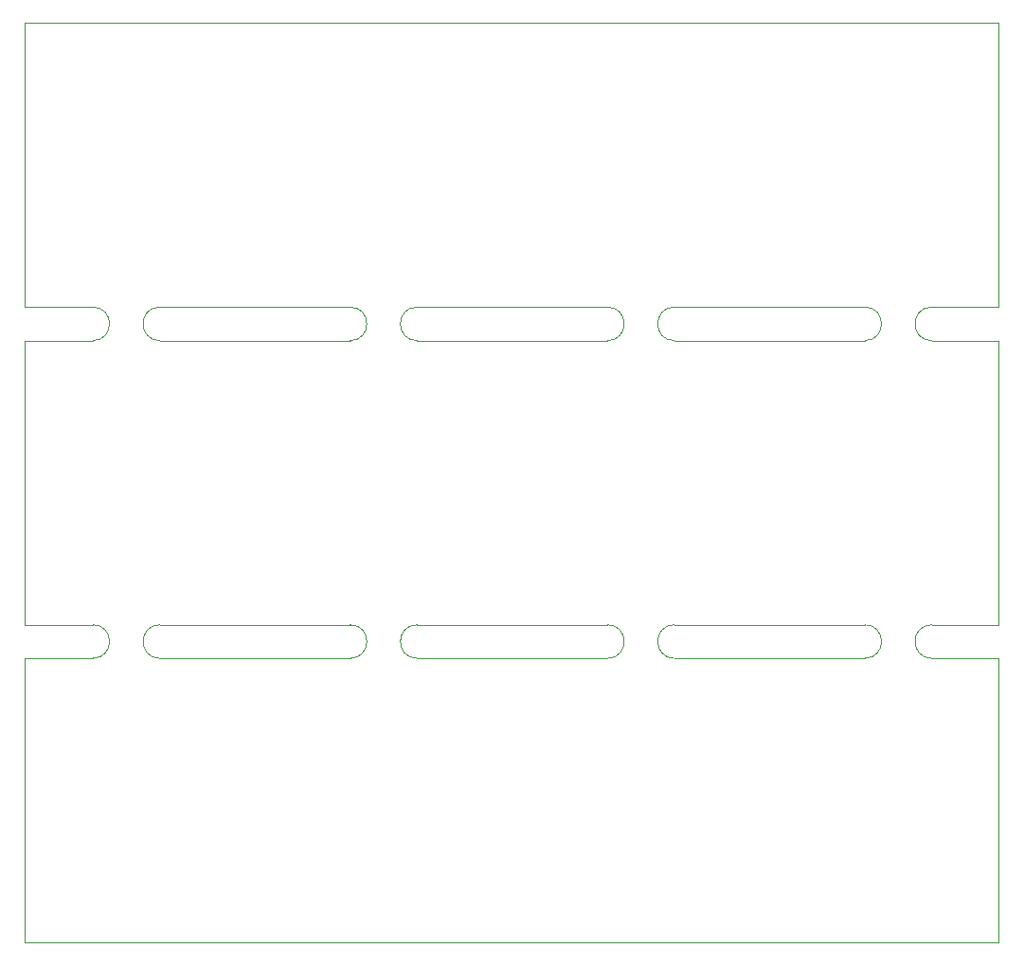
<source format=gbr>
%TF.GenerationSoftware,KiCad,Pcbnew,7.0.7*%
%TF.CreationDate,2023-10-06T22:38:46+01:00*%
%TF.ProjectId,nixie-controller-breakaway-panelized,6e697869-652d-4636-9f6e-74726f6c6c65,rev?*%
%TF.SameCoordinates,Original*%
%TF.FileFunction,Profile,NP*%
%FSLAX46Y46*%
G04 Gerber Fmt 4.6, Leading zero omitted, Abs format (unit mm)*
G04 Created by KiCad (PCBNEW 7.0.7) date 2023-10-06 22:38:46*
%MOMM*%
%LPD*%
G01*
G04 APERTURE LIST*
%TA.AperFunction,Profile*%
%ADD10C,0.100000*%
%TD*%
G04 APERTURE END LIST*
D10*
X29542000Y-87280000D02*
X35600000Y-87280000D01*
X29542000Y-84280000D02*
X35600000Y-84280000D01*
X29542000Y-58880000D02*
X35600000Y-58880000D01*
X87600000Y-87280000D02*
X104600000Y-87280000D01*
X87600000Y-84280000D02*
X104600000Y-84280000D01*
X64600000Y-87280000D02*
X81600000Y-87280000D01*
X64600000Y-84280000D02*
X81600000Y-84280000D01*
X41600000Y-87280000D02*
X58600000Y-87280000D01*
X41600000Y-84280000D02*
X58600000Y-84280000D01*
X41600000Y-58880000D02*
X58600000Y-58880000D01*
X64600000Y-58880000D02*
X81600000Y-58880000D01*
X87600000Y-58880000D02*
X104600000Y-58880000D01*
X110600000Y-87280000D02*
X116586000Y-87280000D01*
X110600000Y-84280000D02*
X116586000Y-84280000D01*
X110600000Y-58880000D02*
X116586000Y-58880000D01*
X87600000Y-55880000D02*
X104600000Y-55880000D01*
X64600000Y-55880000D02*
X81600000Y-55880000D01*
X41600000Y-55880000D02*
X58600000Y-55880000D01*
X110600000Y-84280000D02*
G75*
G03*
X110600000Y-87280000I0J-1500000D01*
G01*
X104600000Y-87280000D02*
G75*
G03*
X104600000Y-84280000I0J1500000D01*
G01*
X87600000Y-84280000D02*
G75*
G03*
X87600000Y-87280000I0J-1500000D01*
G01*
X81600000Y-87280000D02*
G75*
G03*
X81600000Y-84280000I0J1500000D01*
G01*
X64600000Y-84280000D02*
G75*
G03*
X64600000Y-87280000I0J-1500000D01*
G01*
X58600000Y-87280000D02*
G75*
G03*
X58600000Y-84280000I0J1500000D01*
G01*
X41600000Y-84280000D02*
G75*
G03*
X41600000Y-87280000I0J-1500000D01*
G01*
X35600000Y-87280000D02*
G75*
G03*
X35600000Y-84280000I0J1500000D01*
G01*
X110600000Y-55880000D02*
G75*
G03*
X110600000Y-58880000I0J-1500000D01*
G01*
X104600000Y-58880000D02*
G75*
G03*
X104600000Y-55880000I0J1500000D01*
G01*
X87600000Y-55880000D02*
G75*
G03*
X87600000Y-58880000I0J-1500000D01*
G01*
X81600000Y-58880000D02*
G75*
G03*
X81600000Y-55880000I0J1500000D01*
G01*
X64600000Y-55880000D02*
G75*
G03*
X64600000Y-58880000I0J-1500000D01*
G01*
X58600000Y-58880000D02*
G75*
G03*
X58600000Y-55880000I0J1500000D01*
G01*
X41600000Y-55880000D02*
G75*
G03*
X41600000Y-58880000I0J-1500000D01*
G01*
X35600000Y-58880000D02*
G75*
G03*
X35600000Y-55880000I0J1500000D01*
G01*
X29542000Y-55880000D02*
X35600000Y-55880000D01*
X29542000Y-87280000D02*
X29542000Y-112680000D01*
X101600000Y-112680000D02*
X116586000Y-112680000D01*
X116586000Y-112680000D02*
X116586000Y-87280000D01*
X29542000Y-112680000D02*
X101600000Y-112680000D01*
X29542000Y-58880000D02*
X29542000Y-84280000D01*
X116586000Y-84280000D02*
X116586000Y-58880000D01*
X116586000Y-55880000D02*
X116586000Y-30480000D01*
X110600000Y-55880000D02*
X116586000Y-55880000D01*
X29542000Y-30480000D02*
X29542000Y-55880000D01*
X29542000Y-30480000D02*
X101600000Y-30480000D01*
X116586000Y-30480000D02*
X101600000Y-30480000D01*
M02*

</source>
